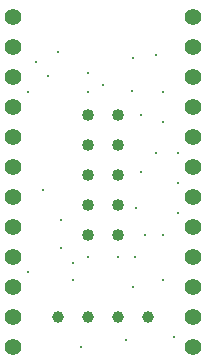
<source format=gbr>
%TF.GenerationSoftware,KiCad,Pcbnew,5.1.7+dfsg1-1~bpo10+1*%
%TF.CreationDate,Date%
%TF.ProjectId,ProMicro_CONN,50726f4d-6963-4726-9f5f-434f4e4e2e6b,v1.4*%
%TF.SameCoordinates,Original*%
%TF.FileFunction,Plated,1,4,PTH,Drill*%
%TF.FilePolarity,Positive*%
%FSLAX46Y46*%
G04 Gerber Fmt 4.6, Leading zero omitted, Abs format (unit mm)*
G04 Created by KiCad*
%MOMM*%
%LPD*%
G01*
G04 APERTURE LIST*
%TA.AperFunction,ViaDrill*%
%ADD10C,0.200000*%
%TD*%
%TA.AperFunction,ViaDrill*%
%ADD11C,0.300000*%
%TD*%
%TA.AperFunction,ComponentDrill*%
%ADD12C,1.000000*%
%TD*%
%TA.AperFunction,ComponentDrill*%
%ADD13C,1.016000*%
%TD*%
%TA.AperFunction,ComponentDrill*%
%ADD14C,1.400000*%
%TD*%
G04 APERTURE END LIST*
D10*
X1270000Y21590000D03*
X1270000Y6350000D03*
X1905000Y24130000D03*
X2540000Y13335000D03*
X3810000Y25019000D03*
X4064000Y10795000D03*
X4064000Y8382000D03*
X5080000Y7112000D03*
X5080000Y5715000D03*
X5715000Y0D03*
X6350000Y23241000D03*
X6350000Y21590000D03*
X6350000Y7620000D03*
X7620012Y22225000D03*
X8890000Y7620000D03*
X9525000Y635000D03*
X10160000Y24511000D03*
X10160000Y5080000D03*
X10414000Y11811000D03*
X10795000Y19685000D03*
X10795000Y14859000D03*
X11176000Y9525000D03*
X12065001Y24764999D03*
X12700000Y9525000D03*
X12700000Y5715000D03*
X13589000Y889000D03*
D11*
X2973596Y22908904D03*
X10033000Y21717000D03*
X10287000Y7620000D03*
X12065000Y16446548D03*
X12700000Y21590000D03*
X12700000Y19050000D03*
X13970000Y16446548D03*
X13970000Y13906548D03*
X13970000Y11366548D03*
D12*
%TO.C,J3*%
X3810000Y2540000D03*
X6350000Y2540000D03*
X8890000Y2540000D03*
X11430000Y2540000D03*
D13*
%TO.C,J1*%
X6350000Y19685000D03*
X6350000Y17145000D03*
X6350000Y14605000D03*
X6350000Y12065000D03*
X6350000Y9525000D03*
X8890000Y19685000D03*
X8890000Y17145000D03*
X8890000Y14605000D03*
X8890000Y12065000D03*
X8890000Y9525000D03*
D14*
%TO.C,A1*%
X0Y27940000D03*
X0Y25400000D03*
X0Y22860000D03*
X0Y20320000D03*
X0Y17780000D03*
X0Y15240000D03*
X0Y12700000D03*
X0Y10160000D03*
X0Y7620000D03*
X0Y5080000D03*
X0Y2540000D03*
X0Y0D03*
X15240000Y27940000D03*
X15240000Y25400000D03*
X15240000Y22860000D03*
X15240000Y20320000D03*
X15240000Y17780000D03*
X15240000Y15240000D03*
X15240000Y12700000D03*
X15240000Y10160000D03*
X15240000Y7620000D03*
X15240000Y5080000D03*
X15240000Y2540000D03*
X15240000Y0D03*
M02*

</source>
